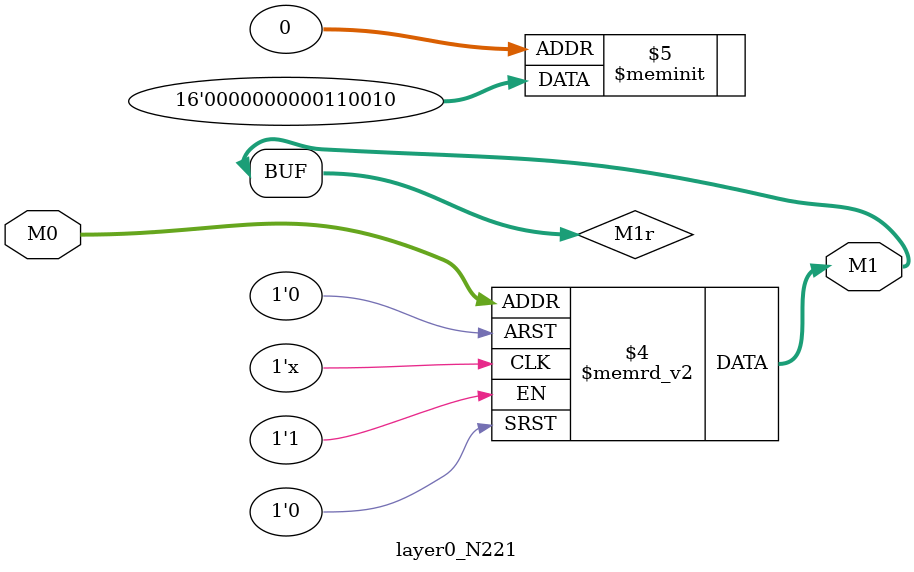
<source format=v>
module layer0_N221 ( input [2:0] M0, output [1:0] M1 );

	(*rom_style = "distributed" *) reg [1:0] M1r;
	assign M1 = M1r;
	always @ (M0) begin
		case (M0)
			3'b000: M1r = 2'b10;
			3'b100: M1r = 2'b00;
			3'b010: M1r = 2'b11;
			3'b110: M1r = 2'b00;
			3'b001: M1r = 2'b00;
			3'b101: M1r = 2'b00;
			3'b011: M1r = 2'b00;
			3'b111: M1r = 2'b00;

		endcase
	end
endmodule

</source>
